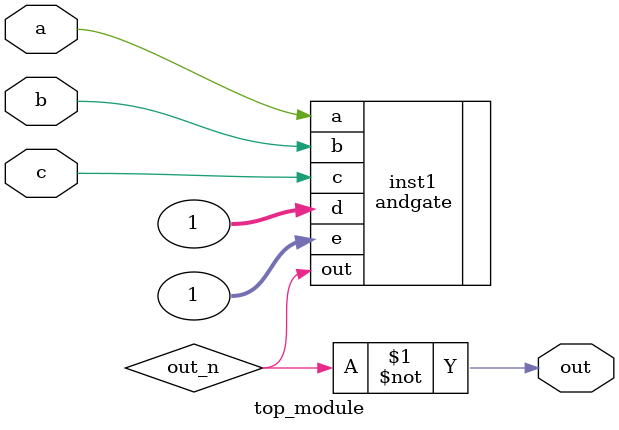
<source format=v>
module top_module (
    input a,
    input b,
    input c,
    output out
);//

    wire out_n;
    assign out = ~out_n;
    andgate inst1 (
        .out(out_n),
        .a(a),
        .b(b),
        .c(c),
        .d(1),
        .e(1)
    );

endmodule


</source>
